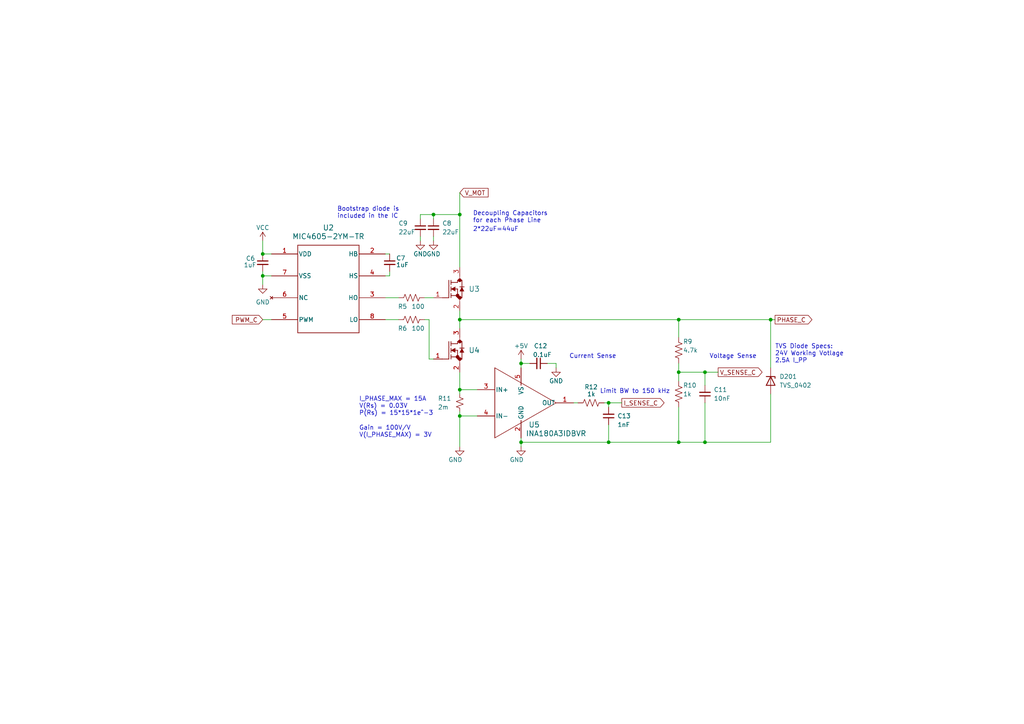
<source format=kicad_sch>
(kicad_sch (version 20230121) (generator eeschema)
  (paper "A4")
  (lib_symbols
    (symbol "Current_Sense_Amp:INA180A3IDBVR" (pin_names (offset 0.254))
      (property "Reference" "U5" (at 3.81 10.16 0))
      (property "Value" "INA180A3IDBVR" (at 10.16 7.62 0))
      (symbol "INA180A3IDBVR_0_1"
        (polyline (pts (xy -7.62 10.16) (xy -7.62 -10.16)) (stroke (width 0.2032)))
        (pin output line (at 15.24 0 180) (length 5.08) (name "OUT") (number "1"))
        (pin power_in line (at 0 -10.16 90) (length 5.08) (name "GND") (number "2"))
        (pin input line (at -12.7 3.81 0) (length 5.08) (name "IN+") (number "3"))
        (pin input line (at -12.7 -3.81 0) (length 5.08) (name "IN-") (number "4"))
        (pin power_in line (at 0 10.16 270) (length 5.08) (name "VS") (number "5"))
      )
      (symbol "INA180A3IDBVR_1_1"
        (polyline (pts (xy -7.62 -10.16) (xy 10.16 0)))
        (polyline (pts (xy -7.62 10.16) (xy 10.16 0)))
      )
    )
    (symbol "Device:C_Small" (pin_numbers hide) (pin_names (offset 0.254) hide)
      (property "Reference" "C" (at 0.254 1.778 0))
      (property "Value" "C_Small" (at 0.254 -2.032 0))
      (symbol "C_Small_0_1"
        (polyline (pts (xy -1.524 -0.508) (xy 1.524 -0.508)) (stroke (width 0.3302)))
        (polyline (pts (xy -1.524 0.508) (xy 1.524 0.508)) (stroke (width 0.3048)))
      )
      (symbol "C_Small_1_1"
        (pin passive line (at 0 2.54 270) (length 2.032) (name "~") (number "1"))
        (pin passive line (at 0 -2.54 90) (length 2.032) (name "~") (number "2"))
      )
    )
    (symbol "Device:D_Zener" (pin_numbers hide) (pin_names (offset 1.016) hide)
      (property "Reference" "D" (at 0 2.54 0))
      (property "Value" "D_Zener" (at 0 -2.54 0))
      (symbol "D_Zener_0_1"
        (polyline (pts (xy 1.27 0) (xy -1.27 0)))
        (polyline (pts (xy -1.27 -1.27) (xy -1.27 1.27) (xy -0.762 1.27)) (stroke (width 0.254)))
        (polyline (pts (xy 1.27 -1.27) (xy 1.27 1.27) (xy -1.27 0) (xy 1.27 -1.27)) (stroke (width 0.254)))
      )
      (symbol "D_Zener_1_1"
        (pin passive line (at -3.81 0 0) (length 2.54) (name "K") (number "1"))
        (pin passive line (at 3.81 0 180) (length 2.54) (name "A") (number "2"))
      )
    )
    (symbol "Device:R_Small_US" (pin_numbers hide) (pin_names (offset 0.254) hide)
      (property "Reference" "R" (at 0.762 0.508 0))
      (property "Value" "R_Small_US" (at 0.762 -1.016 0))
      (symbol "R_Small_US_1_1"
        (polyline (pts (xy 0 0) (xy 1.016 -0.381) (xy 0 -0.762) (xy -1.016 -1.143) (xy 0 -1.524)))
        (polyline (pts (xy 0 1.524) (xy 1.016 1.143) (xy 0 0.762) (xy -1.016 0.381) (xy 0 0)))
        (pin passive line (at 0 2.54 270) (length 1.016) (name "~") (number "1"))
        (pin passive line (at 0 -2.54 90) (length 1.016) (name "~") (number "2"))
      )
    )
    (symbol "Device:R_US" (pin_numbers hide) (pin_names (offset 0))
      (property "Reference" "R" (at 2.54 0 90))
      (property "Value" "R_US" (at -2.54 0 90))
      (symbol "R_US_0_1"
        (polyline (pts (xy 0 -2.286) (xy 0 -2.54)))
        (polyline (pts (xy 0 2.286) (xy 0 2.54)))
        (polyline (pts (xy 0 -0.762) (xy 1.016 -1.143) (xy 0 -1.524) (xy -1.016 -1.905) (xy 0 -2.286)))
        (polyline (pts (xy 0 0.762) (xy 1.016 0.381) (xy 0 0) (xy -1.016 -0.381) (xy 0 -0.762)))
        (polyline (pts (xy 0 2.286) (xy 1.016 1.905) (xy 0 1.524) (xy -1.016 1.143) (xy 0 0.762)))
      )
      (symbol "R_US_1_1"
        (pin passive line (at 0 3.81 270) (length 1.27) (name "~") (number "1"))
        (pin passive line (at 0 -3.81 90) (length 1.27) (name "~") (number "2"))
      )
    )
    (symbol "Half-Bridge Gate Driver:MIC4605-2YM-TR" (pin_names (offset 0.254))
      (property "Reference" "U2" (at 0 16.51 0))
      (property "Value" "MIC4605-2YM-TR" (at 0 13.97 0))
      (symbol "MIC4605-2YM-TR_0_1"
        (polyline (pts (xy -8.89 -13.97) (xy 8.89 -13.97)) (stroke (width 0.2032)))
        (polyline (pts (xy -8.89 11.43) (xy -8.89 -13.97)) (stroke (width 0.2032)))
        (polyline (pts (xy 8.89 -13.97) (xy 8.89 11.43)) (stroke (width 0.2032)))
        (polyline (pts (xy 8.89 11.43) (xy -8.89 11.43)) (stroke (width 0.2032)))
        (pin power_in line (at -16.51 8.89 0) (length 7.62) (name "VDD") (number "1"))
        (pin output line (at 16.51 -3.81 180) (length 7.62) (name "HO") (number "3"))
        (pin no_connect line (at -16.51 -3.81 0) (length 7.62) (name "NC") (number "6"))
        (pin power_in line (at -16.51 2.54 0) (length 7.62) (name "VSS") (number "7"))
        (pin output line (at 16.51 -10.16 180) (length 7.62) (name "LO") (number "8"))
      )
      (symbol "MIC4605-2YM-TR_1_1"
        (pin input line (at 16.51 8.89 180) (length 7.62) (name "HB") (number "2"))
        (pin output line (at 16.51 2.54 180) (length 7.62) (name "HS") (number "4"))
        (pin input line (at -16.51 -10.16 0) (length 7.62) (name "PWM") (number "5"))
      )
    )
    (symbol "N-Channel MOSFET:SISHA14DN-T1-GE3" (pin_names (offset 0.254))
      (property "Reference" "U" (at 11.43 5.08 0))
      (property "Value" "SISHA14DN-T1-GE3" (at 22.86 2.54 0))
      (symbol "SISHA14DN-T1-GE3_0_1"
        (polyline (pts (xy 2.54 0) (xy 4.445 0)) (stroke (width 0.2032)))
        (polyline (pts (xy 4.445 0) (xy 4.445 5.08)) (stroke (width 0.2032)))
        (polyline (pts (xy 5.08 0) (xy 5.08 1.27)) (stroke (width 0.2032)))
        (polyline (pts (xy 5.08 0.635) (xy 6.985 0.635)) (stroke (width 0.2032)))
        (polyline (pts (xy 5.08 1.905) (xy 5.08 3.175)) (stroke (width 0.2032)))
        (polyline (pts (xy 5.08 3.81) (xy 5.08 5.08)) (stroke (width 0.2032)))
        (polyline (pts (xy 5.08 4.445) (xy 6.985 4.445)) (stroke (width 0.2032)))
        (polyline (pts (xy 6.35 2.54) (xy 6.985 2.54)) (stroke (width 0.2032)))
        (polyline (pts (xy 6.985 0) (xy 6.985 2.54)) (stroke (width 0.2032)))
        (polyline (pts (xy 6.985 0) (xy 8.255 0)) (stroke (width 0.2032)))
        (polyline (pts (xy 6.985 4.445) (xy 6.985 5.08)) (stroke (width 0.2032)))
        (polyline (pts (xy 6.985 5.08) (xy 8.255 5.08)) (stroke (width 0.2032)))
        (polyline (pts (xy 7.62 -2.54) (xy 7.62 0)) (stroke (width 0.127)))
        (polyline (pts (xy 7.62 7.62) (xy 7.6454 5.08)) (stroke (width 0.127)))
        (polyline (pts (xy 8.255 0) (xy 8.255 1.905)) (stroke (width 0.2032)))
        (polyline (pts (xy 8.255 3.175) (xy 8.255 5.08)) (stroke (width 0.2032)))
        (polyline (pts (xy 8.89 3.175) (xy 7.62 3.175)) (stroke (width 0.2032)))
        (polyline (pts (xy 6.35 3.175) (xy 5.08 2.54) (xy 6.35 1.905)) (stroke (width 0.0254)) (fill (type outline)))
        (polyline (pts (xy 8.89 1.905) (xy 7.62 1.905) (xy 8.255 3.175)) (stroke (width 0.0254)) (fill (type outline)))
        (circle (center 6.985 0.635) (radius 0.0254) (stroke (width 0.508)))
        (circle (center 7.62 0) (radius 0.0254) (stroke (width 0.508)))
        (circle (center 7.62 5.08) (radius 0.0254) (stroke (width 0.508)))
      )
      (symbol "SISHA14DN-T1-GE3_1_1"
        (pin input line (at 0 0 0) (length 2.54) (name "") (number "1"))
        (pin power_out line (at 7.62 -3.81 90) (length 2.54) (name "") (number "2"))
        (pin power_in line (at 7.62 8.89 270) (length 2.54) (name "") (number "3"))
      )
    )
    (symbol "power:+5V" (power) (pin_names (offset 0))
      (property "Value" "+5V" (at 0 3.556 0))
      (symbol "+5V_0_1"
        (polyline (pts (xy -0.762 1.27) (xy 0 2.54)))
        (polyline (pts (xy 0 0) (xy 0 2.54)))
        (polyline (pts (xy 0 2.54) (xy 0.762 1.27)))
      )
      (symbol "+5V_1_1"
        (pin power_in line (at 0 0 90) (length 0) hide (name "+5V") (number "1"))
      )
    )
    (symbol "power:GND" (power) (pin_names (offset 0))
      (property "Value" "GND" (at 0 -3.81 0))
      (symbol "GND_0_1"
        (polyline (pts (xy 0 0) (xy 0 -1.27) (xy 1.27 -1.27) (xy 0 -2.54) (xy -1.27 -1.27) (xy 0 -1.27)))
      )
      (symbol "GND_1_1"
        (pin power_in line (at 0 0 270) (length 0) hide (name "GND") (number "1"))
      )
    )
    (symbol "power:VCC" (power) (pin_names (offset 0))
      (property "Value" "VCC" (at 0 3.81 0))
      (symbol "VCC_0_1"
        (polyline (pts (xy -0.762 1.27) (xy 0 2.54)))
        (polyline (pts (xy 0 0) (xy 0 2.54)))
        (polyline (pts (xy 0 2.54) (xy 0.762 1.27)))
      )
      (symbol "VCC_1_1"
        (pin power_in line (at 0 0 90) (length 0) hide (name "VCC") (number "1"))
      )
    )
  )
  (junction (at 125.73 62.23))
  (junction (at 76.2 73.66))
  (junction (at 133.35 120.65))
  (junction (at 133.35 62.23))
  (junction (at 151.13 128.27))
  (junction (at 204.47 128.27))
  (junction (at 196.85 107.95))
  (junction (at 204.47 107.95))
  (junction (at 76.2 80.01))
  (junction (at 176.53 116.84))
  (junction (at 176.53 128.27))
  (junction (at 151.13 105.41))
  (junction (at 196.85 128.27))
  (junction (at 223.52 92.71))
  (junction (at 133.35 92.71))
  (junction (at 196.85 92.71))
  (junction (at 133.35 113.03))
  (wire (pts (xy 76.2 78.74) (xy 76.2 80.01)))
  (wire (pts (xy 151.13 104.14) (xy 151.13 105.41)))
  (wire (pts (xy 161.29 106.68) (xy 161.29 105.41)))
  (wire (pts (xy 133.35 113.03) (xy 133.35 114.3)))
  (wire (pts (xy 176.53 128.27) (xy 196.85 128.27)))
  (wire (pts (xy 111.76 92.71) (xy 115.57 92.71)))
  (wire (pts (xy 76.2 80.01) (xy 76.2 82.55)))
  (wire (pts (xy 124.46 92.71) (xy 124.46 104.14)))
  (wire (pts (xy 76.2 69.85) (xy 76.2 73.66)))
  (wire (pts (xy 151.13 128.27) (xy 176.53 128.27)))
  (wire (pts (xy 133.35 92.71) (xy 196.85 92.71)))
  (wire (pts (xy 125.73 62.23) (xy 125.73 63.5)))
  (wire (pts (xy 111.76 73.66) (xy 113.03 73.66)))
  (wire (pts (xy 151.13 128.27) (xy 151.13 129.54)))
  (wire (pts (xy 204.47 107.95) (xy 204.47 111.76)))
  (wire (pts (xy 76.2 80.01) (xy 78.74 80.01)))
  (wire (pts (xy 176.53 116.84) (xy 180.34 116.84)))
  (wire (pts (xy 223.52 92.71) (xy 223.52 106.68)))
  (wire (pts (xy 133.35 90.17) (xy 133.35 92.71)))
  (wire (pts (xy 204.47 128.27) (xy 223.52 128.27)))
  (wire (pts (xy 151.13 127) (xy 151.13 128.27)))
  (wire (pts (xy 133.35 120.65) (xy 138.43 120.65)))
  (wire (pts (xy 196.85 105.41) (xy 196.85 107.95)))
  (wire (pts (xy 123.19 92.71) (xy 124.46 92.71)))
  (wire (pts (xy 133.35 62.23) (xy 133.35 77.47)))
  (wire (pts (xy 133.35 92.71) (xy 133.35 95.25)))
  (wire (pts (xy 76.2 73.66) (xy 78.74 73.66)))
  (wire (pts (xy 133.35 119.38) (xy 133.35 120.65)))
  (wire (pts (xy 196.85 107.95) (xy 204.47 107.95)))
  (wire (pts (xy 121.92 62.23) (xy 125.73 62.23)))
  (wire (pts (xy 151.13 105.41) (xy 153.67 105.41)))
  (wire (pts (xy 111.76 86.36) (xy 115.57 86.36)))
  (wire (pts (xy 133.35 113.03) (xy 138.43 113.03)))
  (wire (pts (xy 151.13 106.68) (xy 151.13 105.41)))
  (wire (pts (xy 133.35 120.65) (xy 133.35 129.54)))
  (wire (pts (xy 113.03 80.01) (xy 113.03 78.74)))
  (wire (pts (xy 176.53 123.19) (xy 176.53 128.27)))
  (wire (pts (xy 121.92 68.58) (xy 121.92 69.85)))
  (wire (pts (xy 196.85 92.71) (xy 223.52 92.71)))
  (wire (pts (xy 196.85 92.71) (xy 196.85 97.79)))
  (wire (pts (xy 133.35 55.88) (xy 133.35 62.23)))
  (wire (pts (xy 166.37 116.84) (xy 167.64 116.84)))
  (wire (pts (xy 175.26 116.84) (xy 176.53 116.84)))
  (wire (pts (xy 196.85 128.27) (xy 204.47 128.27)))
  (wire (pts (xy 196.85 118.11) (xy 196.85 128.27)))
  (wire (pts (xy 76.2 92.71) (xy 78.74 92.71)))
  (wire (pts (xy 111.76 80.01) (xy 113.03 80.01)))
  (wire (pts (xy 204.47 116.84) (xy 204.47 128.27)))
  (wire (pts (xy 125.73 62.23) (xy 133.35 62.23)))
  (wire (pts (xy 125.73 68.58) (xy 125.73 69.85)))
  (wire (pts (xy 123.19 86.36) (xy 125.73 86.36)))
  (wire (pts (xy 196.85 107.95) (xy 196.85 110.49)))
  (wire (pts (xy 223.52 114.3) (xy 223.52 128.27)))
  (wire (pts (xy 176.53 116.84) (xy 176.53 118.11)))
  (wire (pts (xy 121.92 62.23) (xy 121.92 63.5)))
  (wire (pts (xy 223.52 92.71) (xy 224.79 92.71)))
  (wire (pts (xy 204.47 107.95) (xy 208.28 107.95)))
  (wire (pts (xy 158.75 105.41) (xy 161.29 105.41)))
  (wire (pts (xy 124.46 104.14) (xy 125.73 104.14)))
  (wire (pts (xy 133.35 107.95) (xy 133.35 113.03)))
  (text "Limit BW to 150 kHz" (at 173.99 114.3 0) (effects (font (size 1.27 1.27)) (justify left bottom)))
  (text "Bootstrap diode is\nincluded in the IC" (at 97.79 63.5 0) (effects (font (size 1.27 1.27)) (justify left bottom)))
  (text "Current Sense" (at 165.1 104.14 0) (effects (font (size 1.27 1.27)) (justify left bottom)))
  (text "Decoupling Capacitors \nfor each Phase Line" (at 137.16 64.77 0) (effects (font (size 1.27 1.27)) (justify left bottom)))
  (text "I_PHASE_MAX = 15A\nV(Rs) = 0.03V\nP(Rs) = 15*15*1e^-3" (at 104.14 120.65 0) (effects (font (size 1.27 1.27)) (justify left bottom)))
  (text "2*22uF=44uF" (at 137.16 67.31 0) (effects (font (size 1.27 1.27)) (justify left bottom)))
  (text "Gain = 100V/V\nV(I_PHASE_MAX) = 3V" (at 104.14 127 0) (effects (font (size 1.27 1.27)) (justify left bottom)))
  (text "Voltage Sense" (at 205.74 104.14 0) (effects (font (size 1.27 1.27)) (justify left bottom)))
  (text "TVS Diode Specs:\n24V Working Votlage\n2.5A I_PP" (at 224.79 105.41 0) (effects (font (size 1.27 1.27)) (justify left bottom)))
  (global_label "V_MOT" (shape input) (at 133.35 55.88 0) (property "Intersheetrefs" "${INTERSHEET_REFS}" (effects hide)))
  (global_label "PHASE_C" (shape output) (at 224.79 92.71 0) (property "Intersheetrefs" "${INTERSHEET_REFS}" (effects hide)))
  (global_label "PWM_C" (shape input) (at 76.2 92.71 180) (property "Intersheetrefs" "${INTERSHEET_REFS}" (effects hide)))
  (global_label "V_SENSE_C" (shape output) (at 208.28 107.95 0) (property "Intersheetrefs" "${INTERSHEET_REFS}" (effects hide)))
  (global_label "I_SENSE_C" (shape output) (at 180.34 116.84 0) (property "Intersheetrefs" "${INTERSHEET_REFS}" (effects hide)))
  (symbol (lib_id "Device:R_US") (at 119.38 86.36 90) (unit 1)
    (property "Reference" "R5" (at 118.11 88.9 90) (effects (justify left)))
    (property "Value" "100" (at 123.19 88.9 90) (effects (justify left)))
    (property "Footprint" "Resistor_SMD:R_0603_1608Metric" (effects hide))
    (instances (project "chunkycopter" (path "" (reference "R5") (unit 1)) (path "" (reference "R401") (unit 1))))
  )
  (symbol (lib_id "Device:R_US") (at 196.85 101.6 0) (unit 1)
    (property "Reference" "R9" (at 198.12 99.06 0) (effects (justify left)))
    (property "Value" "4.7k" (at 198.12 101.6 0) (effects (justify left)))
    (property "Footprint" "Resistor_SMD:R_0603_1608Metric" (effects hide))
    (instances (project "chunkycopter" (path "" (reference "R9") (unit 1)) (path "" (reference "R405") (unit 1))))
  )
  (symbol (lib_id "power:GND") (at 133.35 129.54 0) (unit 1)
    (property "Reference" "#PWR014" (effects hide))
    (property "Value" "GND" (at 132.08 133.35 0))
    (instances (project "chunkycopter" (path "" (reference "#PWR014") (unit 1)) (path "" (reference "#PWR0405") (unit 1))))
  )
  (symbol (lib_id "Device:R_US") (at 171.45 116.84 90) (unit 1)
    (property "Reference" "R12" (at 173.4005 112.2455 90) (effects (justify left)))
    (property "Value" "1k" (at 172.72 114.3 90) (effects (justify left)))
    (property "Footprint" "Resistor_SMD:R_0603_1608Metric" (effects hide))
    (instances (project "chunkycopter" (path "" (reference "R12") (unit 1)) (path "" (reference "R404") (unit 1))))
  )
  (symbol (lib_id "Device:C_Small") (at 156.21 105.41 270) (unit 1)
    (property "Reference" "C12" (at 158.75 100.33 90) (effects (justify right)))
    (property "Value" "0.1uF" (at 160.02 102.87 90) (effects (justify right)))
    (property "Footprint" "Capacitor_SMD:C_0603_1608Metric" (effects hide))
    (instances (project "chunkycopter" (path "" (reference "C12") (unit 1)) (path "" (reference "C405") (unit 1))))
  )
  (symbol (lib_id "power:GND") (at 121.92 69.85 0) (unit 1)
    (property "Reference" "#PWR015" (effects hide))
    (property "Value" "GND" (at 121.92 73.66 0))
    (instances (project "chunkycopter" (path "" (reference "#PWR015") (unit 1)) (path "" (reference "#PWR0403") (unit 1))))
  )
  (symbol (lib_id "Device:C_Small") (at 113.03 76.2 0) (unit 1)
    (property "Reference" "C7" (at 114.8942 74.8699 0) (effects (justify left)))
    (property "Value" "1uF" (at 114.86 76.8138 0) (effects (justify left)))
    (property "Footprint" "Capacitor_SMD:C_0805_2012Metric" (effects hide))
    (instances (project "chunkycopter" (path "" (reference "C7") (unit 1)) (path "" (reference "C402") (unit 1))))
  )
  (symbol (lib_id "power:VCC") (at 76.2 69.85 0) (unit 1)
    (property "Reference" "#PWR08" (effects hide))
    (property "Value" "VCC" (at 76.2 66.04 0))
    (instances (project "chunkycopter" (path "" (reference "#PWR08") (unit 1)) (path "" (reference "#PWR0401") (unit 1))))
  )
  (symbol (lib_id "Device:C_Small") (at 204.47 114.3 180) (unit 1)
    (property "Reference" "C11" (at 207.01 113.03 0) (effects (justify right)))
    (property "Value" "10nF" (at 207.01 115.57 0) (effects (justify right)))
    (property "Footprint" "Capacitor_SMD:C_0603_1608Metric" (effects hide))
    (instances (project "chunkycopter" (path "" (reference "C11") (unit 1)) (path "" (reference "C407") (unit 1))))
  )
  (symbol (lib_id "Device:C_Small") (at 76.2 76.2 0) (unit 1)
    (property "Reference" "C6" (at 71.3084 74.9527 0) (effects (justify left)))
    (property "Value" "1uF" (at 70.6718 76.8625 0) (effects (justify left)))
    (property "Footprint" "Capacitor_SMD:C_0805_2012Metric" (effects hide))
    (instances (project "chunkycopter" (path "" (reference "C6") (unit 1)) (path "" (reference "C401") (unit 1))))
  )
  (symbol (lib_id "power:GND") (at 151.13 129.54 0) (unit 1)
    (property "Reference" "#PWR013" (effects hide))
    (property "Value" "GND" (at 149.86 133.35 0))
    (instances (project "chunkycopter" (path "" (reference "#PWR013") (unit 1)) (path "" (reference "#PWR0407") (unit 1))))
  )
  (symbol (lib_id "Device:R_Small_US") (at 133.35 116.84 0) (unit 1)
    (property "Reference" "R11" (at 127 115.57 0) (effects (justify left)))
    (property "Value" "2m" (at 127 118.11 0) (effects (justify left)))
    (property "Footprint" "Resistor_SMD:R_2512_6332Metric" (effects hide))
    (instances (project "chunkycopter" (path "" (reference "R11") (unit 1)) (path "" (reference "R403") (unit 1))))
  )
  (symbol (lib_id "N-Channel MOSFET:SISHA14DN-T1-GE3") (at 125.73 86.36 0) (unit 1)
    (property "Reference" "U3" (at 135.89 83.82 0) (effects (font (size 1.524 1.524)) (justify left)))
    (property "Value" "SISHA14DN-T1-GE3" (effects hide))
    (property "Footprint" "MOSFET_3DN-T1-GE3_VIS" (effects hide))
    (property "Datasheet" "SISHA14DN-T1-GE3" (effects hide))
    (instances (project "chunkycopter" (path "" (reference "U3") (unit 1)) (path "" (reference "U202") (unit 1)) (path "" (reference "U402") (unit 1))))
  )
  (symbol (lib_id "Device:C_Small") (at 121.92 66.04 0) (unit 1)
    (property "Reference" "C9" (at 115.57 64.77 0) (effects (justify left)))
    (property "Value" "22uF" (at 115.57 67.31 0) (effects (justify left)))
    (property "Footprint" "Capacitor_SMD:C_1210_3225Metric" (effects hide))
    (instances (project "chunkycopter" (path "" (reference "C9") (unit 1)) (path "" (reference "C403") (unit 1))))
  )
  (symbol (lib_id "Current_Sense_Amp:INA180A3IDBVR") (at 151.13 116.84 0) (unit 1)
    (property "Reference" "U5" (at 154.94 123.19 0) (effects (font (size 1.524 1.524))))
    (property "Value" "INA180A3IDBVR" (at 161.29 125.73 0) (effects (font (size 1.524 1.524))))
    (property "Footprint" "DBV0005A_N" (effects hide))
    (property "Datasheet" "INA180A3IDBVR" (effects hide))
    (instances (project "chunkycopter" (path "" (reference "U5") (unit 1)) (path "" (reference "U404") (unit 1))))
  )
  (symbol (lib_id "Device:C_Small") (at 125.73 66.04 0) (unit 1)
    (property "Reference" "C8" (at 128.27 64.77 0) (effects (justify left)))
    (property "Value" "22uF" (at 128.27 67.31 0) (effects (justify left)))
    (property "Footprint" "Capacitor_SMD:C_1210_3225Metric" (effects hide))
    (instances (project "chunkycopter" (path "" (reference "C8") (unit 1)) (path "" (reference "C404") (unit 1))))
  )
  (symbol (lib_id "Device:C_Small") (at 176.53 120.65 180) (unit 1)
    (property "Reference" "C13" (at 179.07 120.65 0) (effects (justify right)))
    (property "Value" "1nF" (at 179.07 123.19 0) (effects (justify right)))
    (property "Footprint" "Capacitor_SMD:C_0603_1608Metric" (effects hide))
    (instances (project "chunkycopter" (path "" (reference "C13") (unit 1)) (path "" (reference "C406") (unit 1))))
  )
  (symbol (lib_id "power:+5V") (at 151.13 104.14 0) (unit 1)
    (property "Reference" "#PWR016" (effects hide))
    (property "Value" "+5V" (at 151.13 100.33 0))
    (instances (project "chunkycopter" (path "" (reference "#PWR016") (unit 1)) (path "" (reference "#PWR0406") (unit 1))))
  )
  (symbol (lib_id "power:GND") (at 125.73 69.85 0) (unit 1)
    (property "Reference" "#PWR012" (effects hide))
    (property "Value" "GND" (at 125.73 73.66 0))
    (instances (project "chunkycopter" (path "" (reference "#PWR012") (unit 1)) (path "" (reference "#PWR0404") (unit 1))))
  )
  (symbol (lib_id "Device:D_Zener") (at 223.52 110.49 270) (unit 1)
    (property "Reference" "D201" (at 226.06 109.22 90) (effects (justify left)))
    (property "Value" "TVS_0402" (at 226.06 111.76 90) (effects (justify left)))
    (property "Footprint" "Diode_SMD:D_01005_0402Metric" (effects hide))
    (instances (project "chunkycopter" (path "" (reference "D201") (unit 1)) (path "" (reference "D401") (unit 1))))
  )
  (symbol (lib_id "Device:R_US") (at 196.85 114.3 0) (unit 1)
    (property "Reference" "R10" (at 198.12 111.76 0) (effects (justify left)))
    (property "Value" "1k" (at 198.12 114.3 0) (effects (justify left)))
    (property "Footprint" "Resistor_SMD:R_0603_1608Metric" (effects hide))
    (instances (project "chunkycopter" (path "" (reference "R10") (unit 1)) (path "" (reference "R406") (unit 1))))
  )
  (symbol (lib_id "Device:R_US") (at 119.38 92.71 90) (unit 1)
    (property "Reference" "R6" (at 118.11 95.25 90) (effects (justify left)))
    (property "Value" "100" (at 123.19 95.25 90) (effects (justify left)))
    (property "Footprint" "Resistor_SMD:R_0603_1608Metric" (effects hide))
    (instances (project "chunkycopter" (path "" (reference "R6") (unit 1)) (path "" (reference "R402") (unit 1))))
  )
  (symbol (lib_id "Half-Bridge Gate Driver:MIC4605-2YM-TR") (at 95.25 82.55 0) (unit 1)
    (property "Reference" "U2" (at 95.25 66.04 0) (effects (font (size 1.524 1.524))))
    (property "Value" "MIC4605-2YM-TR" (at 95.25 68.58 0) (effects (font (size 1.524 1.524))))
    (property "Footprint" "SOIC-8_M_MCH" (effects hide))
    (property "Datasheet" "MIC4605-2YM-TR" (effects hide))
    (instances (project "chunkycopter" (path "" (reference "U2") (unit 1)) (path "" (reference "U401") (unit 1))))
  )
  (symbol (lib_id "power:GND") (at 76.2 82.55 0) (unit 1)
    (property "Reference" "#PWR09" (effects hide))
    (property "Value" "GND" (at 76.2 87.63 0))
    (instances (project "chunkycopter" (path "" (reference "#PWR09") (unit 1)) (path "" (reference "#PWR0402") (unit 1))))
  )
  (symbol (lib_id "N-Channel MOSFET:SISHA14DN-T1-GE3") (at 125.73 104.14 0) (unit 1)
    (property "Reference" "U4" (at 135.89 101.6 0) (effects (font (size 1.524 1.524)) (justify left)))
    (property "Value" "SISHA14DN-T1-GE3" (effects hide))
    (property "Footprint" "MOSFET_3DN-T1-GE3_VIS" (effects hide))
    (property "Datasheet" "SISHA14DN-T1-GE3" (effects hide))
    (instances (project "chunkycopter" (path "" (reference "U4") (unit 1)) (path "" (reference "U203") (unit 1)) (path "" (reference "U403") (unit 1))))
  )
  (symbol (lib_id "power:GND") (at 161.29 106.68 0) (unit 1)
    (property "Reference" "#PWR010" (effects hide))
    (property "Value" "GND" (at 161.29 110.49 0))
    (instances (project "chunkycopter" (path "" (reference "#PWR010") (unit 1)) (path "" (reference "#PWR0408") (unit 1))))
  )
)
</source>
